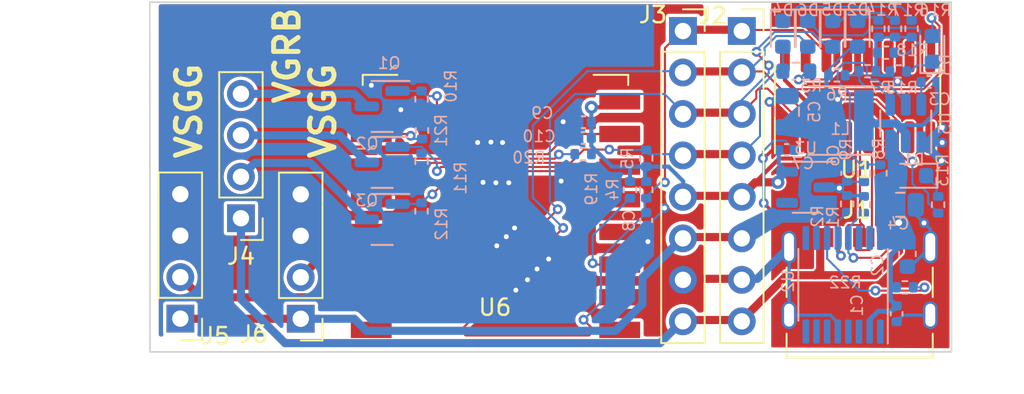
<source format=kicad_pcb>
(kicad_pcb (version 20211014) (generator pcbnew)
  (layers (0 "F.Cu" signal) (31 "B.Cu" signal) (34 "B.Paste" user) (35 "F.Paste" user) (36 "B.SilkS" user "B.Silkscreen") (37 "F.SilkS" user "F.Silkscreen") (38 "B.Mask" user) (39 "F.Mask" user) (44 "Edge.Cuts" user))
  (net 0 "")
  (net 1 "VCC")
  (net 2 "GND")
  (net 3 "+5V")
  (net 4 "+3V3")
  (net 5 "/CC1")
  (net 6 "/D+")
  (net 7 "/D-")
  (net 9 "/CC2")
  (net 11 "/RST")
  (net 12 "/GPIO0")
  (net 13 "/RXD")
  (net 14 "/TXD")
  (net 15 "Net-(R3-Pad1)")
  (net 24 "/SEL")
  (net 25 "/G_SIG")
  (net 26 "/G")
  (net 27 "/R_SIG")
  (net 28 "/R")
  (net 29 "/B_SIG")
  (net 30 "/B")
  (net 31 "/BUCK_FB")
  (net 32 "/5V_EN_H")
  (net 34 "Net-(C3-Pad1)")
  (net 35 "/SW")
  (net 36 "/ARGB1")
  (net 37 "/ARGB2")
  (net 38 "Net-(D1-Pad1)")
  (net 39 "Net-(D2-Pad1)")
  (net 40 "Net-(D3-Pad1)")
  (net 41 "Net-(D4-Pad1)")
  (net 42 "Net-(D5-Pad1)")
  (net 43 "Net-(D6-Pad1)")
  (net 44 "Net-(R19-Pad1)")
  (net 45 "Net-(R20-Pad2)")
  (net 46 "Net-(R21-Pad1)")
  (footprint "Connector_PinSocket_2.54mm:PinSocket_1x08_P2.54mm_Vertical" (layer "F.Cu") (at 158.242 108.8706)
    (fp_text reference "J2")
    (fp_text value "USB_POWER_HEADER")
  )
  (footprint "Connector_USB:USB_C_Receptacle_Palconn_UTC16-G" (layer "F.Cu") (at 165.452 124.0306)
    (fp_text reference "J1")
    (fp_text value "USB_C_Receptacle_USB2.0")
  )
  (footprint "Connector_PinHeader_2.54mm:PinHeader_1x04_P2.54mm_Vertical" (layer "F.Cu") (at 131.2636 126.4944 180)
    (fp_text reference "J6")
    (fp_text value "ADDRESSIBLE RGB HEADER 2")
  )
  (footprint "RF_Module:ESP-12E" (layer "F.Cu") (at 143.1762 123.675 180)
    (fp_text reference "U6")
    (fp_text value "ESP-12F")
  )
  (footprint "Package_SO:SOIC-16_3.9x9.9mm_P1.27mm" (layer "F.Cu") (at 165.325 112.9054 90)
    (fp_text reference "U1")
    (fp_text value "CH340C")
  )
  (footprint "Connector_PinSocket_2.54mm:PinSocket_1x08_P2.54mm_Vertical" (layer "F.Cu") (at 154.642 108.8706)
    (fp_text reference "J3")
    (fp_text value "USB_POWER_HEADER_2")
  )
  (footprint "Connector_PinHeader_2.54mm:PinHeader_1x04_P2.54mm_Vertical" (layer "F.Cu") (at 123.8976 126.4844 180)
    (fp_text reference "J5")
    (fp_text value "ADDRESSIBLE RGB HEADER 1")
  )
  (footprint "Connector_PinHeader_2.54mm:PinHeader_1x04_P2.54mm_Vertical" (layer "F.Cu") (at 127.606 120.3376 180)
    (fp_text reference "J4")
    (fp_text value "ANALOG RGB HEADER")
  )
  (footprint "Capacitor_SMD:C_0402_1005Metric" (layer "B.Cu") (at 148.5584 114.4548 180)
    (fp_text reference "C9")
    (fp_text value "10nF")
  )
  (footprint "Package_TO_SOT_SMD:SOT-23" (layer "B.Cu") (at 136.2397 120.4116 180)
    (fp_text reference "Q3")
    (fp_text value "AO3400A")
  )
  (footprint "LED_SMD:LED_0603_1608Metric" (layer "B.Cu") (at 163.801 109.0446 -90)
    (fp_text reference "D5")
    (fp_text value "LED")
  )
  (footprint "Capacitor_SMD:C_0805_2012Metric" (layer "B.Cu") (at 167.931 119.5094)
    (fp_text reference "C4")
    (fp_text value "22uF")
  )
  (footprint "Resistor_SMD:R_0402_1005Metric" (layer "B.Cu") (at 165.9366 111.3306)
    (fp_text reference "R7")
    (fp_text value "19K")
  )
  (footprint "Capacitor_SMD:C_0402_1005Metric" (layer "B.Cu") (at 160.979 116.1566)
    (fp_text reference "C7")
    (fp_text value "10uF")
  )
  (footprint "Package_TO_SOT_SMD:SOT-23" (layer "B.Cu") (at 136.2397 116.9166 180)
    (fp_text reference "Q2")
    (fp_text value "AO3400A")
  )
  (footprint "Resistor_SMD:R_0402_1005Metric" (layer "B.Cu") (at 152.3964 118.595 90)
    (fp_text reference "R4")
    (fp_text value "10K")
  )
  (footprint "Package_SO:TSSOP-16_4.4x5mm_P0.65mm" (layer "B.Cu") (at 164.436 124.4116 90)
    (fp_text reference "U2")
    (fp_text value "IP2721")
  )
  (footprint "Resistor_SMD:R_0402_1005Metric" (layer "B.Cu") (at 165.717 117.5956 90)
    (fp_text reference "R9")
    (fp_text value "10K")
  )
  (footprint "Resistor_SMD:R_0402_1005Metric" (layer "B.Cu") (at 168.627 108.7306 -90)
    (fp_text reference "R16")
    (fp_text value "1K")
  )
  (footprint "LED_SMD:LED_0603_1608Metric" (layer "B.Cu") (at 169.897 109.959 90)
    (fp_text reference "D3")
    (fp_text value "LED")
  )
  (footprint "Resistor_SMD:R_0402_1005Metric" (layer "B.Cu") (at 165.706 119.5094 90)
    (fp_text reference "R1")
    (fp_text value "5.1K")
  )
  (footprint "Capacitor_SMD:C_0402_1005Metric" (layer "B.Cu") (at 148.5584 115.42 180)
    (fp_text reference "C10")
    (fp_text value "100nF")
  )
  (footprint "LED_SMD:LED_0603_1608Metric" (layer "B.Cu") (at 162.277 109.0446 -90)
    (fp_text reference "D6")
    (fp_text value "LED")
  )
  (footprint "LED_SMD:LED_0603_1608Metric" (layer "B.Cu") (at 165.325 109.0446 -90)
    (fp_text reference "D2")
    (fp_text value "LED")
  )
  (footprint "Resistor_SMD:R_0402_1005Metric" (layer "B.Cu") (at 167.8142 111.3456 180)
    (fp_text reference "R15")
    (fp_text value "330R")
  )
  (footprint "Capacitor_SMD:C_0402_1005Metric" (layer "B.Cu") (at 167.7126 126.187 -90)
    (fp_text reference "C1")
    (fp_text value "1uF")
  )
  (footprint "Resistor_SMD:R_0402_1005Metric" (layer "B.Cu") (at 168.217 124.5706)
    (fp_text reference "R22")
    (fp_text value "100K")
  )
  (footprint "LED_SMD:LED_0603_1608Metric" (layer "B.Cu") (at 160.753 109.0446 -90)
    (fp_text reference "D4")
    (fp_text value "LED")
  )
  (footprint "Resistor_SMD:R_0402_1005Metric" (layer "B.Cu") (at 152.3964 116.6646 90)
    (fp_text reference "R5")
    (fp_text value "10K")
  )
  (footprint "Resistor_SMD:R_0402_1005Metric" (layer "B.Cu") (at 138.6527 113.0476 -90)
    (fp_text reference "R10")
    (fp_text value "1K")
  )
  (footprint "Resistor_SMD:R_0402_1005Metric" (layer "B.Cu") (at 166.595 108.7306 -90)
    (fp_text reference "R14")
    (fp_text value "1K")
  )
  (footprint "Resistor_SMD:R_0402_1005Metric" (layer "B.Cu") (at 164.69 119.4606 90)
    (fp_text reference "R2")
    (fp_text value "5.1K")
  )
  (footprint "Capacitor_SMD:C_0402_1005Metric" (layer "B.Cu") (at 152.3964 120.4746 -90)
    (fp_text reference "C8")
    (fp_text value "100nF")
  )
  (footprint "Capacitor_SMD:C_0805_2012Metric" (layer "B.Cu") (at 161.007 113.8096 90)
    (fp_text reference "C5")
    (fp_text value "22uF")
  )
  (footprint "Resistor_SMD:R_0402_1005Metric" (layer "B.Cu") (at 138.6804 114.9648 90)
    (fp_text reference "R21")
    (fp_text value "10K")
  )
  (footprint "Package_TO_SOT_SMD:SOT-23" (layer "B.Cu") (at 136.2397 113.4896 180)
    (fp_text reference "Q1")
    (fp_text value "AO3400A")
  )
  (footprint "Resistor_SMD:R_0402_1005Metric" (layer "B.Cu") (at 138.6527 119.9036 -90)
    (fp_text reference "R12")
    (fp_text value "1K")
  )
  (footprint "Resistor_SMD:R_0402_1005Metric" (layer "B.Cu") (at 138.6527 116.8658 -90)
    (fp_text reference "R11")
    (fp_text value "1K")
  )
  (footprint "Capacitor_SMD:C_0402_1005Metric" (layer "B.Cu") (at 164.69 117.5836 -90)
    (fp_text reference "C6")
    (fp_text value "10uF")
  )
  (footprint "Resistor_SMD:R_0402_1005Metric" (layer "B.Cu") (at 167.611 108.7306 -90)
    (fp_text reference "R17")
    (fp_text value "1K")
  )
  (footprint "Resistor_SMD:R_0402_1005Metric" (layer "B.Cu") (at 151.4058 118.595 90)
    (fp_text reference "R19")
    (fp_text value "10K")
  )
  (footprint "Capacitor_SMD:C_0603_1608Metric" (layer "B.Cu") (at 168.373 122.5196 -90)
    (fp_text reference "C2")
    (fp_text value "10uF")
  )
  (footprint "Resistor_SMD:R_0402_1005Metric" (layer "B.Cu") (at 164.057 111.5846)
    (fp_text reference "R6")
    (fp_text value "100K")
  )
  (footprint "Resistor_SMD:R_0603_1608Metric" (layer "B.Cu") (at 161.578 111.3306 180)
    (fp_text reference "R3")
    (fp_text value "220")
  )
  (footprint "Capacitor_SMD:C_0402_1005Metric" (layer "B.Cu") (at 169.6938 111.991)
    (fp_text reference "C3")
    (fp_text value "1uF")
  )
  (footprint "Package_TO_SOT_SMD:SOT-23-5" (layer "B.Cu") (at 162.15 118.4426 180)
    (fp_text reference "U3")
    (fp_text value "XC6210B332MR")
  )
  (footprint "Inductor_SMD:L_Taiyo-Yuden_NR-40xx" (layer "B.Cu") (at 164.309 114.3532)
    (fp_text reference "L1")
    (fp_text value "10uH")
  )
  (footprint "Resistor_SMD:R_0402_1005Metric" (layer "B.Cu") (at 166.722 117.579 -90)
    (fp_text reference "R8")
    (fp_text value "12K")
  )
  (footprint "Resistor_SMD:R_0402_1005Metric" (layer "B.Cu") (at 167.0542 110.1956 180)
    (fp_text reference "R18")
    (fp_text value "1K")
  )
  (footprint "Resistor_SMD:R_0402_1005Metric" (layer "B.Cu") (at 170.2526 119.5094 -90)
    (fp_text reference "R13")
    (fp_text value "2K")
  )
  (footprint "LED_SMD:LED_0603_1608Metric" (layer "B.Cu") (at 168.7286 117.7314 180)
    (fp_text reference "D1")
    (fp_text value "LED")
  )
  (footprint "Package_TO_SOT_SMD:TSOT-23-6" (layer "B.Cu") (at 168.2714 114.531 90)
    (fp_text reference "U5")
    (fp_text value "MT1470")
  )
  (footprint "Resistor_SMD:R_0402_1005Metric" (layer "B.Cu") (at 148.5376 116.4106 180)
    (fp_text reference "R20")
    (fp_text value "10K")
  )
  (gr_line (start 171.069 128.524) (end 171.05 107.1) (layer "Edge.Cuts") (width 0.1))
  (gr_line (start 122.047 128.524) (end 171.069 128.524) (layer "Edge.Cuts") (width 0.1))
  (gr_line (start 122.028 107.1) (end 122.047 128.524) (layer "Edge.Cuts") (width 0.1))
  (gr_line (start 171.05 107.1) (end 122.028 107.1) (layer "Edge.Cuts") (width 0.1))
  (gr_text "VSGG" (at 124.417 113.7706 90) (layer "F.SilkS") (effects (font (size 1.5 1.5) (thickness 0.3))))
  (gr_text "VSGG" (at 132.617 113.7706 90) (layer "F.SilkS") (effects (font (size 1.5 1.5) (thickness 0.3))))
  (gr_text "VGRB" (at 130.4254 110.3706 90) (layer "F.SilkS") (effects (font (size 1.5 1.5) (thickness 0.3))))
  (segment (start 167.852 121.5206) (end 167.852 120.60984) (width 0.3) (layer "F.Cu") (net 1))
  (segment (start 160.9962 123.8274) (end 162.7342 123.8274) (width 0.5) (layer "F.Cu") (net 1))
  (segment (start 158.238 126.5856) (end 160.9962 123.8274) (width 0.5) (layer "F.Cu") (net 1))
  (segment (start 166.378222 123.8274) (end 167.852 122.353622) (width 0.5) (layer "F.Cu") (net 1))
  (segment (start 154.657 126.5706) (end 158.223 126.5706) (width 0.5) (layer "F.Cu") (net 1))
  (segment (start 163.039 123.5226) (end 163.039 121.7446) (width 0.5) (layer "F.Cu") (net 1))
  (segment (start 167.852 122.353622) (end 167.852 121.5206) (width 0.5) (layer "F.Cu") (net 1))
  (segment (start 158.223 126.5706) (end 158.238 126.5856) (width 0.5) (layer "F.Cu") (net 1))
  (segment (start 163.052 121.7316) (end 163.039 121.7446) (width 0.2) (layer "F.Cu") (net 1))
  (segment (start 163.052 121.5206) (end 163.052 121.7316) (width 0.2) (layer "F.Cu") (net 1))
  (segment (start 167.852 121.5206) (end 167.692479 121.680121) (width 0.2) (layer "F.Cu") (net 1))
  (segment (start 162.7342 123.8274) (end 166.378222 123.8274) (width 0.5) (layer "F.Cu") (net 1))
  (segment (start 167.692479 121.680121) (end 167.692479 122.425121) (width 0.2) (layer "F.Cu") (net 1))
  (segment (start 162.7342 123.8274) (end 163.039 123.5226) (width 0.5) (layer "F.Cu") (net 1))
  (via (at 167.852 120.60984) (size 0.8) (drill 0.4) (layers "F.Cu" "B.Cu") (net 1))
  (segment (start 167.997 120.46484) (end 167.852 120.60984) (width 0.3) (layer "B.Cu") (net 1))
  (segment (start 127.606 125.289822) (end 127.606 120.3376) (width 0.5) (layer "B.Cu") (net 1))
  (segment (start 167.33248 125.32688) (end 167.33248 122.600847) (width 0.3) (layer "B.Cu") (net 1))
  (segment (start 167.3214 116.375) (end 167.9411 116.9947) (width 0.3) (layer "B.Cu") (net 1))
  (segment (start 130.300689 127.984511) (end 127.606 125.289822) (width 0.5) (layer "B.Cu") (net 1))
  (segment (start 168.188727 121.7446) (end 167.33248 122.600847) (width 0.3) (layer "B.Cu") (net 1))
  (segment (start 166.9065 121.7446) (end 168.373 121.7446) (width 0.3) (layer "B.Cu") (net 1))
  (segment (start 166.577283 126.0346) (end 167.385 126.0346) (width 0.3) (layer "B.Cu") (net 1))
  (segment (start 167.7126 125.707) (end 167.33248 125.32688) (width 0.3) (layer "B.Cu") (net 1))
  (segment (start 166.9065 121.7446) (end 166.711 121.5491) (width 0.3) (layer "B.Cu") (net 1))
  (segment (start 154.657 126.5706) (end 153.243089 127.984511) (width 0.5) (layer "B.Cu") (net 1))
  (segment (start 167.385 126.0346) (end 167.7126 125.707) (width 0.3) (layer "B.Cu") (net 1))
  (segment (start 166.061 126.550883) (end 166.577283 126.0346) (width 0.3) (layer "B.Cu") (net 1))
  (segment (start 153.243089 127.984511) (end 130.300689 127.984511) (width 0.5) (layer "B.Cu") (net 1))
  (segment (start 167.9411 116.9947) (end 167.9411 117.7314) (width 0.3) (layer "B.Cu") (net 1))
  (segment (start 166.061 127.2741) (end 166.061 126.550883) (width 0.3) (layer "B.Cu") (net 1))
  (segment (start 167.3214 115.6685) (end 167.3214 116.375) (width 0.3) (layer "B.Cu") (net 1))
  (segment (start 158.238 124.0456) (end 154.672 124.0456) (width 0.5) (layer "F.Cu") (net 2))
  (segment (start 161.132 122.1006) (end 161.132 120.9552) (width 0.2) (layer "F.Cu") (net 2))
  (segment (start 170.4965 114.785) (end 170.4558 114.8257) (width 0.127) (layer "F.Cu") (net 2))
  (segment (start 153.514 119.7126) (end 153.514 122.8876) (width 0.127) (layer "F.Cu") (net 2))
  (segment (start 154.672 124.0456) (end 154.657 124.0306) (width 0.5) (layer "F.Cu") (net 2))
  (segment (start 153.514 122.8876) (end 154.657 124.0306) (width 0.127) (layer "F.Cu") (net 2))
  (segment (start 159.5958 116.6646) (end 160.88 115.3804) (width 0.2) (layer "F.Cu") (net 2))
  (segment (start 154.657 124.6556) (end 154.657 124.0306) (width 0.5) (layer "F.Cu") (net 2))
  (segment (start 161.132 120.9552) (end 159.5846 119.4078) (width 0.2) (layer "F.Cu") (net 2))
  (segment (start 170.4558 114.8257) (end 170.4558 116.817) (width 0.127) (layer "F.Cu") (net 2))
  (segment (start 159.5338 116.6646) (end 159.5958 116.6646) (width 0.2) (layer "F.Cu") (net 2))
  (via (at 170.4965 115.6994) (size 0.6) (drill 0.3) (layers "F.Cu" "B.Cu") (net 2))
  (via (at 164.2074 118.4934) (size 0.6) (drill 0.3) (layers "F.Cu" "B.Cu") (net 2))
  (via (at 159.9402 113.2102) (size 0.6) (drill 0.3) (layers "F.Cu" "B.Cu") (net 2))
  (via (at 137.385 113.6928) (size 0.6) (drill 0.3) (layers "F.Cu" "B.Cu") (net 2))
  (via (at 145.7162 123.4464) (size 0.6) (drill 0.3) (layers "F.Cu" "B.Cu") (net 2))
  (via (at 135.5816 112.1942) (size 0.6) (drill 0.3) (layers "F.Cu" "B.Cu") (net 2))
  (via (at 142.8968 115.674) (size 0.6) (drill 0.3) (layers "F.Cu" "B.Cu") (net 2))
  (via (at 152.498 121.77) (size 0.6) (drill 0.3) (layers "F.Cu" "B.Cu") (net 2))
  (via (at 143.8366 121.4652) (size 0.6) (drill 0.3) (layers "F.Cu" "B.Cu") (net 2))
  (via (at 153.514 119.7126) (size 0.6) (drill 0.3) (layers "F.Cu" "B.Cu") (net 2))
  (via (at 170.4965 114.785) (size 0.6) (drill 0.3) (layers "F.Cu" "B.Cu") (net 2))
  (via (at 170.4558 116.817) (size 0.6) (drill 0.3) (layers "F.Cu" "B.Cu") (net 2))
  (via (at 146.4274 122.8368) (size 0.6) (drill 0.3) (layers "F.Cu" "B.Cu") (net 2))
  (via (at 143.2524 122.024) (size 0.6) (drill 0.3) (layers "F.Cu" "B.Cu") (net 2))
  (via (at 147.3164 114.4294) (size 0.6) (drill 0.3) (layers "F.Cu" "B.Cu") (net 2))
  (via (at 167.767 111.9456) (size 0.6) (drill 0.3) (layers "F.Cu" "B.Cu") (net 2))
  (via (at 145.132 124.1068) (size 0.6) (drill 0.3) (layers "F.Cu" "B.Cu") (net 2))
  (via (at 143.2016 118.1632) (size 0.6) (drill 0.3) (layers "F.Cu" "B.Cu") (net 2))
  (via (at 143.608 115.6994) (size 0.6) (drill 0.3) (layers "F.Cu" "B.Cu") (net 2))
  (via (at 159.5846 119.4078) (size 0.6) (drill 0.3) (layers "F.Cu" "B.Cu") (net 2))
  (via (at 147.1894 118.0616) (size 0.6) (drill 0.3) (layers "F.Cu" "B.Cu") (net 2))
  (via (at 159.5338 116.6646) (size 0.6) (drill 0.3) (layers "F.Cu" "B.Cu") (net 2))
  (via (at 169.389 120.627) (size 0.6) (drill 0.3) (layers "F.Cu" "B.Cu") (net 2))
  (via (at 142.084 115.6994) (size 0.6) (drill 0.3) (layers "F.Cu" "B.Cu") (net 2))
  (via (at 144.3446 120.9318) (size 0.6) (drill 0.3) (layers "F.Cu" "B.Cu") (net 2))
  (via (at 144.4208 124.7418) (size 0.6) (drill 0.3) (layers "F.Cu" "B.Cu") (net 2))
  (via (at 143.989 118.1632) (size 0.6) (drill 0.3) (layers "F.Cu" "B.Cu") (net 2))
  (via (at 142.4142 118.1378) (size 0.6) (drill 0.3) (layers "F.Cu" "B.Cu") (net 2))
  (segment (start 160.2908 112.8596) (end 159.9402 113.2102) (width 0.127) (layer "B.Cu") (net 2))
  (segment (start 166.4466 111.3306) (end 166.4466 109.195) (width 0.2) (layer "B.Cu") (net 2))
  (segment (start 168.881 120.119) (end 169.389 120.627) (width 0.2) (layer "B.Cu") (net 2))
  (segment (start 164.111 127.2741) (end 164.111 126.724831) (width 0.2) (layer "B.Cu") (net 2))
  (segment (start 161.132 126.2706) (end 161.132 122.1006) (width 0.2) (layer "B.Cu") (net 2))
  (segment (start 159.187 124.0456) (end 161.132 122.1006) (width 0.5) (layer "B.Cu") (net 2))
  (segment (start 168.373 123.2946) (end 168.578 123.2946) (width 0.2) (layer "B.Cu") (net 2))
  (segment (start 163.656769 126.2706) (end 161.132 126.2706) (width 0.2) (layer "B.Cu") (net 2))
  (segment (start 169.613 115.6685) (end 170.4965 114.785) (width 0.5) (layer "B.Cu") (net 2))
  (segment (start 169.2214 115.6685) (end 169.613 115.6685) (width 0.5) (layer "B.Cu") (net 2))
  (segment (start 165.717 118.1056) (end 164.732 118.1056) (width 0.127) (layer "B.Cu") (net 2))
  (segment (start 167.3042 111.4828) (end 167.767 111.9456) (width 0.127) (layer "B.Cu") (net 2))
  (segment (start 169.2523 115.6994) (end 169.2214 115.6685) (width 0.5) (layer "B.Cu") (net 2))
  (segment (start 167.3042 111.5846) (end 166.7006 111.5846) (width 0.2) (layer "B.Cu") (net 2))
  (segment (start 160.192064 115.58358) (end 159.5338 116.241844) (width 0.127) (layer "B.Cu") (net 2))
  (segment (start 166.7006 111.5846) (end 166.4466 111.3306) (width 0.2) (layer "B.Cu") (net 2))
  (segment (start 168.627 109.2406) (end 166.595 109.2406) (width 0.127) (layer "B.Cu") (net 2))
  (segment (start 153.514 119.7608) (end 153.514 119.7126) (width 0.127) (layer "B.Cu") (net 2))
  (segment (start 161.459 116.1566) (end 160.88598 115.58358) (width 0.127) (layer "B.Cu") (net 2))
  (segment (start 152.3202 120.9546) (end 153.514 119.7608) (width 0.127) (layer "B.Cu") (net 2))
  (segment (start 164.6646 118.9506) (end 164.2074 118.4934) (width 0.2) (layer "B.Cu") (net 2))
  (segment (start 169.772 121.01) (end 169.389 120.627) (width 0.2) (layer "B.Cu") (net 2))
  (segment (start 148.0784 114.4548) (end 147.3418 114.4548) (width 0.127) (layer "B.Cu") (net 2))
  (segment (start 165.706 118.9506) (end 164.6646 118.9506) (width 0.2) (layer "B.Cu") (net 2))
  (segment (start 168.881 119.5094) (end 168.881 120.119) (width 0.2) (layer "B.Cu") (net 2))
  (segment (start 167.3042 111.3456) (end 167.3042 111.4828) (width 0.127) (layer "B.Cu") (net 2))
  (segment (start 159.5846 119.4078) (end 159.5846 116.7154) (width 0.2) (layer "B.Cu") (net 2))
  (segment (start 169.772 122.1006) (end 169.772 121.01) (width 0.2) (layer "B.Cu") (net 2))
  (segment (start 159.5846 116.7154) (end 159.5338 116.6646) (width 0.2) (layer "B.Cu") (net 2))
  (segment (start 159.5338 116.241844) (end 159.5338 116.6646) (width 0.127) (layer "B.Cu") (net 2))
  (segment (start 169.3073 115.6685) (end 170.4558 116.817) (width 0.5) (layer "B.Cu") (net 2))
  (segment (start 167.7126 126.667) (end 168.109 126.2706) (width 0.2) (layer "B.Cu") (net 2))
  (segment (start 164.732 118.1056) (end 164.69 118.0636) (width 0.127) (layer "B.Cu") (net 2))
  (segment (start 163.2875 118.4426) (end 164.1566 118.4426) (width 0.127) (layer "B.Cu") (net 2))
  (segment (start 169.943501 122.272101) (end 169.772 122.1006) (width 0.2) (layer "B.Cu") (net 2))
  (segment (start 164.111 126.724831) (end 163.656769 126.2706) (width 0.2) (layer "B.Cu") (net 2))
  (segment (start 170.4965 115.6994) (end 169.2523 115.6994) (width 0.5) (layer "B.Cu") (net 2))
  (segment (start 164.1566 118.4426) (end 164.2074 118.4934) (width 0.127) (layer "B.Cu") (net 2))
  (segment (start 169.772 126.2706) (end 169.943501 126.099099) (width 0.2) (layer "B.Cu") (net 2))
  (segment (start 161.007 112.8596) (end 160.2908 112.8596) (width 0.127) (layer "B.Cu") (net 2))
  (segment (start 168.109 126.2706) (end 169.772 126.2706) (width 0.2) (layer "B.Cu") (net 2))
  (segment (start 147.3418 114.4548) (end 147.3164 114.4294) (width 0.127) (layer "B.Cu") (net 2))
  (segment (start 158.238 124.0456) (end 159.187 124.0456) (width 0.5) (layer "B.Cu") (net 2))
  (segment (start 168.578 123.2946) (end 169.772 122.1006) (width 0.2) (layer "B.Cu") (net 2))
  (segment (start 160.88598 115.58358) (end 160.192064 115.58358) (width 0.127) (layer "B.Cu") (net 2))
  (segment (start 164.6352 118.0656) (end 164.2074 118.4934) (width 0.2) (layer "B.Cu") (net 2))
  (segment (start 131.2636 126.4944) (end 123.9076 126.4944) (width 0.5) (layer "F.Cu") (net 3))
  (segment (start 167.79302 114.384322) (end 166.466498 113.0578) (width 0.127) (layer "F.Cu") (net 3))
  (segment (start 167.79302 116.232518) (end 167.79302 114.384322) (width 0.127) (layer "F.Cu") (net 3))
  (segment (start 168.679492 116.854231) (end 168.414733 116.854231) (width 0.127) (layer "F.Cu") (net 3))
  (segment (start 158.223 121.4906) (end 158.238 121.5056) (width 0.5) (layer "F.Cu") (net 3))
  (segment (start 166.466498 113.0578) (end 164.1058 113.0578) (width 0.127) (layer "F.Cu") (net 3))
  (segment (start 123.9076 126.4944) (end 123.8976 126.4844) (width 0.5) (layer "F.Cu") (net 3))
  (segment (start 154.657 121.4906) (end 158.223 121.4906) (width 0.5) (layer "F.Cu") (net 3))
  (segment (start 168.414733 116.854231) (end 167.79302 116.232518) (width 0.127) (layer "F.Cu") (net 3))
  (via (at 164.1058 113.0578) (size 0.6) (drill 0.3) (layers "F.Cu" "B.Cu") (net 3))
  (via (at 168.679492 116.854231) (size 0.6) (drill 0.3) (layers "F.Cu" "B.Cu") (net 3))
  (segment (start 165.325 109.8321) (end 164.957325 109.8321) (width 0.127) (layer "B.Cu") (net 3))
  (segment (start 150.5168 127.231) (end 135.2768 127.231) (width 0.5) (layer "B.Cu") (net 3))
  (segment (start 168.679492 118.225077) (end 168.679492 116.854231) (width 0.127) (layer "B.Cu") (net 3))
  (segment (start 163.547 111.242425) (end 163.547 111.5846) (width 0.127) (layer "B.Cu") (net 3))
  (segment (start 163.2875 117.4926) (end 164.301 117.4926) (width 0.25) (layer "B.Cu") (net 3))
  (segment (start 152.1678 125.58) (end 150.5168 127.231) (width 0.5) (layer "B.Cu") (net 3))
  (segment (start 164.301 117.4926) (end 164.69 117.1036) (width 0.25) (layer "B.Cu") (net 3))
  (segment (start 169.64402 119.41082) (end 169.64402 118.821901) (width 0.127) (layer "B.Cu") (net 3))
  (segment (start 163.417 114.3786) (end 163.417 111.7146) (width 0.25) (layer "B.Cu") (net 3))
  (segment (start 164.746 117.0476) (end 164.69 117.1036) (width 0.25) (layer "B.Cu") (net 3))
  (segment (start 154.657 121.4906) (end 152.1678 123.9798) (width 0.5) (layer "B.Cu") (net 3))
  (segment (start 164.1058 113.0578) (end 164.1058 113.1818) (width 0.127) (layer "B.Cu") (net 3))
  (segment (start 162.66298 120.01712) (end 163.2875 119.3926) (width 0.25) (layer "B.Cu") (net 3))
  (segment (start 169.315519 118.4934) (end 168.947815 118.4934) (width 0.127) (layer "B.Cu") (net 3))
  (segment (start 162.903928 119.3926) (end 162.30048 118.789152) (width 0.25) (layer "B.Cu") (net 3))
  (segment (start 158.238 121.5056) (end 159.72648 120.01712) (width 0.25) (layer "B.Cu") (net 3))
  (segment (start 169.64402 118.821901) (end 169.315519 118.4934) (width 0.127) (layer "B.Cu") (net 3))
  (segment (start 134.5402 126.4944) (end 131.2636 126.4944) (width 0.5) (layer "B.Cu") (net 3))
  (segment (start 164.957325 109.8321) (end 163.547 111.242425) (width 0.127) (layer "B.Cu") (net 3))
  (segment (start 170.2526 120.0194) (end 169.64402 119.41082) (width 0.127) (layer "B.Cu") (net 3))
  (segment (start 162.30048 118.789152) (end 162.30048 118.03812) (width 0.25) (layer "B.Cu") (net 3))
  (segment (start 162.846 117.4926) (end 163.2875 117.4926) (width 0.25) (layer "B.Cu") (net 3))
  (segment (start 163.2875 119.3926) (end 162.903928 119.3926) (width 0.25) (layer "B.Cu") (net 3))
  (segment (start 168.947815 118.4934) (end 168.679492 118.225077) (width 0.127) (layer "B.Cu") (net 3))
  (segment (start 162.30048 118.03812) (end 162.846 117.4926) (width 0.25) (layer "B.Cu") (net 3))
  (segment (start 164.1058 113.1818) (end 162.909 114.3786) (width 0.127) (layer "B.Cu") (net 3))
  (segment (start 135.2768 127.231) (end 134.5402 126.4944) (width 0.5) (layer "B.Cu") (net 3))
  (segment (start 159.72648 120.01712) (end 162.66298 120.01712) (width 0.25) (layer "B.Cu") (net 3))
  (segment (start 163.417 111.7146) (end 163.547 111.5846) (width 0.25) (layer "B.Cu") (net 3))
  (segment (start 152.1678 123.9798) (end 152.1678 125.58) (width 0.5) (layer "B.Cu") (net 3))
  (segment (start 158.238 118.9656) (end 158.9442 118.2594) (width 0.25) (layer "F.Cu") (net 4))
  (segment (start 163.077287 114.08088) (end 163.85888 114.08088) (width 0.25) (layer "F.Cu") (net 4))
  (segment (start 159.0658 118.1378) (end 160.4482 118.1378) (width 0.5) (layer "F.Cu") (net 4))
  (segment (start 158.238 118.9656) (end 154.672 118.9656) (width 0.5) (layer "F.Cu") (net 4))
  (segment (start 158.238 118.9656) (end 159.0658 118.1378) (width 0.5) (layer "F.Cu") (net 4))
  (segment (start 159.0658 118.1378) (end 158.9442 118.2594) (width 0.25) (layer "F.Cu") (net 4))
  (segment (start 169.350799 112.435601) (end 161.432009 112.435601) (width 0.127) (layer "F.Cu") (net 4))
  (segment (start 170.33302 108.56622) (end 170.33302 111.45338) (width 0.127) (layer "F.Cu") (net 4))
  (segment (start 163.766552 116.67992) (end 164.69 115.756472) (width 0.25) (layer "F.Cu") (net 4))
  (segment (start 160.52368 116.67992) (end 163.766552 116.67992) (width 0.25) (layer "F.Cu") (net 4))
  (segment (start 149.0436 113.5404) (end 150.4108 113.5404) (width 0.25) (layer "F.Cu") (net 4))
  (segment (start 164.69 115.3804) (end 164.69 115.756472) (width 0.25) (layer "F.Cu") (net 4))
  (segment (start 169.8462 108.0794) (end 170.33302 108.56622) (width 0.127) (layer "F.Cu") (net 4))
  (segment (start 150.4108 113.5404) (end 150.7762 113.175) (width 0.25) (layer "F.Cu") (net 4))
  (segment (start 160.88 111.883593) (end 163.077287 114.08088) (width 0.25) (layer "F.Cu") (net 4))
  (segment (start 170.33302 111.45338) (end 169.350799 112.435601) (width 0.127) (layer "F.Cu") (net 4))
  (segment (start 163.85888 114.08088) (end 164.69 114.912) (width 0.25) (layer "F.Cu") (net 4))
  (segment (start 160.88 110.4304) (end 160.88 111.883593) (width 0.25) (layer "F.Cu") (net 4))
  (segment (start 161.432009 112.435601) (end 160.971804 111.975396) (width 0.127) (layer "F.Cu") (net 4))
  (segment (start 164.69 114.912) (end 164.69 115.3804) (width 0.25) (layer "F.Cu") (net 4))
  (segment (start 154.672 118.9656) (end 154.657 118.9506) (width 0.5) (layer "F.Cu") (net 4))
  (segment (start 158.9442 118.2594) (end 160.52368 116.67992) (width 0.25) (layer "F.Cu") (net 4))
  (via (at 149.0436 113.5404) (size 0.8) (drill 0.4) (layers "F.Cu" "B.Cu") (net 4))
  (via (at 160.4482 118.1378) (size 0.8) (drill 0.4) (layers "F.Cu" "B.Cu") (net 4))
  (via (at 169.8462 108.0794) (size 0.6) (drill 0.3) (layers "F.Cu" "B.Cu") (net 4))
  (segment (start 154.657 118.07161) (end 154.657 118.9506) (width 0.25) (layer "B.Cu") (net 4))
  (segment (start 149.0384 115.42) (end 149.0384 115.911376) (width 0.25) (layer "B.Cu") (net 4))
  (segment (start 149.0384 114.4548) (end 149.0384 115.42) (width 0.25) (layer "B.Cu") (net 4))
  (segment (start 150.301624 117.1746) (end 151.4058 117.1746) (width 0.25) (layer "B.Cu") (net 4))
  (segment (start 169.897 108.1302) (end 169.8462 108.0794) (width 0.127) (layer "B.Cu") (net 4))
  (segment (start 161.0125 117.4926) (end 161.0125 117.5735) (width 0.25) (layer "B.Cu") (net 4))
  (segment (start 149.0384 115.911376) (end 150.301624 117.1746) (width 0.25) (layer "B.Cu") (net 4))
  (segment (start 161.0125 117.5735) (end 160.4482 118.1378) (width 0.25) (layer "B.Cu") (net 4))
  (segment (start 149.0384 113.5456) (end 149.0436 113.5404) (width 0.25) (layer "B.Cu") (net 4))
  (segment (start 151.4058 118.085) (end 151.4058 117.1746) (width 0.25) (layer "B.Cu") (net 4))
  (segment (start 153.75999 117.1746) (end 154.657 118.07161) (width 0.25) (layer "B.Cu") (net 4))
  (segment (start 151.4058 117.1746) (end 152.3964 117.1746) (width 0.25) (layer "B.Cu") (net 4))
  (segment (start 152.3202 118.087) (end 152.3202 117.1746) (width 0.25) (layer "B.Cu") (net 4))
  (segment (start 161.0125 117.4926) (end 160.499 116.9791) (width 0.25) (layer "B.Cu") (net 4))
  (segment (start 152.3202 117.1746) (end 153.75999 117.1746) (width 0.25) (layer "B.Cu") (net 4))
  (segment (start 160.499 116.9791) (end 160.499 116.1566) (width 0.25) (layer "B.Cu") (net 4))
  (segment (start 149.0384 114.4548) (end 149.0384 113.5456) (width 0.25) (layer "B.Cu") (net 4))
  (segment (start 169.897 109.1715) (end 169.897 108.1302) (width 0.127) (layer "B.Cu") (net 4))
  (segment (start 167.202 121.5206) (end 167.202 122.2276) (width 0.127) (layer "F.Cu") (net 5))
  (segment (start 166.669 122.7606) (end 165.071 122.7606) (width 0.127) (layer "F.Cu") (net 5))
  (segment (start 167.202 122.2276) (end 166.669 122.7606) (width 0.127) (layer "F.Cu") (net 5))
  (via (at 165.071 122.7606) (size 0.6) (drill 0.3) (layers "F.Cu" "B.Cu") (net 5))
  (segment (start 165.706 119.9706) (end 164.75 120.9266) (width 0.127) (layer "B.Cu") (net 5))
  (segment (start 165.071 122.7606) (end 164.761 122.4506) (width 0.127) (layer "B.Cu") (net 5))
  (segment (start 164.75 120.9266) (end 164.75 121.4906) (width 0.127) (layer "B.Cu") (net 5))
  (segment (start 164.761 122.4506) (end 164.761 121.5491) (width 0.127) (layer "B.Cu") (net 5))
  (segment (start 166.048989 122.290611) (end 166.202 122.1376) (width 0.127) (layer "F.Cu") (net 6))
  (segment (start 166.202 122.1376) (end 166.202 121.5206) (width 0.127) (layer "F.Cu") (net 6))
  (segment (start 165.265011 122.290611) (end 166.048989 122.290611) (width 0.127) (layer "F.Cu") (net 6))
  (segment (start 165.202 121.5206) (end 165.202 122.2276) (width 0.127) (layer "F.Cu") (net 6))
  (segment (start 166.202 115.6224) (end 165.96 115.3804) (width 0.127) (layer "F.Cu") (net 6))
  (segment (start 166.202 121.5206) (end 166.202 115.6224) (width 0.127) (layer "F.Cu") (net 6))
  (segment (start 165.202 122.2276) (end 165.265011 122.290611) (width 0.127) (layer "F.Cu") (net 6))
  (segment (start 166.21086 114.1754) (end 167.23 115.19454) (width 0.127) (layer "F.Cu") (net 7))
  (segment (start 164.702 120.8136) (end 164.702 121.5206) (width 0.127) (layer "F.Cu") (net 7))
  (segment (start 165.638989 120.750589) (end 164.765011 120.750589) (width 0.127) (layer "F.Cu") (net 7))
  (segment (start 165.702 120.8136) (end 165.638989 120.750589) (width 0.127) (layer "F.Cu") (net 7))
  (segment (start 165.46998 114.41456) (end 165.70914 114.1754) (width 0.127) (layer "F.Cu") (net 7))
  (segment (start 165.638989 120.750589) (end 165.46998 120.58158) (width 0.127) (layer "F.Cu") (net 7))
  (segment (start 165.70914 114.1754) (end 166.21086 114.1754) (width 0.127) (layer "F.Cu") (net 7))
  (segment (start 165.46998 120.58158) (end 165.46998 114.41456) (width 0.127) (layer "F.Cu") (net 7))
  (segment (start 165.702 121.5206) (end 165.702 120.8136) (width 0.127) (layer "F.Cu") (net 7))
  (segment (start 167.23 115.19454) (end 167.23 115.3804) (width 0.127) (layer "F.Cu") (net 7))
  (segment (start 164.765011 120.750589) (end 164.702 120.8136) (width 0.127) (layer "F.Cu") (net 7))
  (segment (start 164.202 121.5206) (end 164.202 122.529674) (width 0.127) (layer "F.Cu") (net 9))
  (segment (start 164.202 122.529674) (end 164.306812 122.634486) (width 0.127) (layer "F.Cu") (net 9))
  (via (at 164.306812 122.634486) (size 0.6) (drill 0.3) (layers "F.Cu" "B.Cu") (net 9))
  (segment (start 164.1 120.5606) (end 164.69 119.9706) (width 0.127) (layer "B.Cu") (net 9))
  (segment (start 164.306812 122.631412) (end 164.055 122.3796) (width 0.127) (layer "B.Cu") (net 9))
  (segment (start 164.1 120.5606) (end 164.1 121.4906) (width 0.127) (layer "B.Cu") (net 9))
  (segment (start 164.055 122.3796) (end 164.055 121.6051) (width 0.127) (layer "B.Cu") (net 9))
  (segment (start 164.306812 122.634486) (end 164.306812 122.631412) (width 0.127) (layer "B.Cu") (net 9))
  (segment (start 164.055 121.6051) (end 164.111 121.5491) (width 0.127) (layer "B.Cu") (net 9))
  (segment (start 149.183487 127.175) (end 148.562987 126.5545) (width 0.127) (layer "F.Cu") (net 11))
  (segment (start 163.42 110.24454) (end 161.98106 108.8056) (width 0.127) (layer "F.Cu") (net 11))
  (segment (start 154.657 108.7906) (end 158.223 108.7906) (width 0.5) (layer "F.Cu") (net 11))
  (segment (start 161.98106 108.8056) (end 158.238 108.8056) (width 0.127) (layer "F.Cu") (net 11))
  (segment (start 153.5394 118.1378) (end 153.5394 109.9082) (width 0.127) (layer "F.Cu") (net 11))
  (segment (start 150.7762 127.175) (end 149.183487 127.175) (width 0.127) (layer "F.Cu") (net 11))
  (segment (start 153.5394 109.9082) (end 154.657 108.7906) (width 0.127) (layer "F.Cu") (net 11))
  (segment (start 158.223 108.7906) (end 158.238 108.8056) (width 0.5) (layer "F.Cu") (net 11))
  (segment (start 163.42 110.4304) (end 163.42 110.24454) (width 0.127) (layer "F.Cu") (net 11))
  (via (at 153.5394 118.1378) (size 0.6) (drill 0.3) (layers "F.Cu" "B.Cu") (net 11))
  (via (at 148.562987 126.5545) (size 0.6) (drill 0.3) (layers "F.Cu" "B.Cu") (net 11))
  (segment (start 152.3964 119.9946) (end 149.6278 122.7632) (width 0.127) (layer "B.Cu") (net 11))
  (segment (start 153.5394 118.1378) (end 153.2894 118.1378) (width 0.127) (layer "B.Cu") (net 11))
  (segment (start 149.6278 122.7632) (end 149.6278 125.489687) (width 0.127) (layer "B.Cu") (net 11))
  (segment (start 149.6278 125.489687) (end 148.562987 126.5545) (width 0.127) (layer "B.Cu") (net 11))
  (segment (start 153.2894 118.1378) (end 152.3202 119.107) (width 0.127) (layer "B.Cu") (net 11))
  (segment (start 152.3202 120.0174) (end 152.3202 119.107) (width 0.127) (layer "B.Cu") (net 11))
  (segment (start 148.583482 116.1312) (end 147.771171 116.943511) (width 0.127) (layer "F.Cu") (net 12))
  (segment (start 138.557689 116.943511) (end 136.3262 119.175) (width 0.127) (layer "F.Cu") (net 12))
  (segment (start 158.223 116.4106) (end 158.238 116.4256) (width 0.5) (layer "F.Cu") (net 12))
  (segment (start 147.771171 116.943511) (end 138.557689 116.943511) (width 0.127) (layer "F.Cu") (net 12))
  (segment (start 154.657 116.4106) (end 158.223 116.4106) (width 0.5) (layer "F.Cu") (net 12))
  (segment (start 136.3262 119.175) (end 135.5762 119.175) (width 0.127) (layer "F.Cu") (net 12))
  (segment (start 150.1358 116.1312) (end 148.583482 116.1312) (width 0.127) (layer "F.Cu") (net 12))
  (via (at 150.1358 116.1312) (size 0.6) (drill 0.3) (layers "F.Cu" "B.Cu") (net 12))
  (segment (start 154.657 116.4106) (end 152.5762 116.4106) (width 0.127) (layer "B.Cu") (net 12))
  (segment (start 160.365518 111.3306) (end 160.753 111.3306) (width 0.127) (layer "B.Cu") (net 12))
  (segment (start 159.356 112.340118) (end 160.365518 111.3306) (width 0.127) (layer "B.Cu") (net 12))
  (segment (start 152.3964 116.1546) (end 150.1592 116.1546) (width 0.127) (layer "B.Cu") (net 12))
  (segment (start 159.356 115.3076) (end 159.356 112.340118) (width 0.127) (layer "B.Cu") (net 12))
  (segment (start 152.5762 116.4106) (end 152.3202 116.1546) (width 0.127) (layer "B.Cu") (net 12))
  (segment (start 160.753 111.3306) (end 160.753 109.9336) (width 0.127) (layer "B.Cu") (net 12))
  (segment (start 150.1592 116.1546) (end 150.1358 116.1312) (width 0.127) (layer "B.Cu") (net 12))
  (segment (start 158.238 116.4256) (end 159.356 115.3076) (width 0.127) (layer "B.Cu") (net 12))
  (segment (start 159.57106 111.3456) (end 158.238 111.3456) (width 0.127) (layer "F.Cu") (net 13))
  (segment (start 154.672 111.3456) (end 154.657 111.3306) (width 0.5) (layer "F.Cu") (net 13))
  (segment (start 141.0732 127.175) (end 135.5762 127.175) (width 0.127) (layer "F.Cu") (net 13))
  (segment (start 147.3164 120.9318) (end 141.0732 127.175) (width 0.127) (layer "F.Cu") (net 13))
  (segment (start 158.238 111.3456) (end 154.672 111.3456) (width 0.5) (layer "F.Cu") (net 13))
  (segment (start 163.42 115.19454) (end 159.57106 111.3456) (width 0.127) (layer "F.Cu") (net 13))
  (segment (start 163.42 115.3804) (end 163.42 115.19454) (width 0.127) (layer "F.Cu") (net 13))
  (via (at 147.3164 120.9318) (size 0.6) (drill 0.3) (layers "F.Cu" "B.Cu") (net 13))
  (segment (start 145.4622 114.658) (end 145.4622 119.0776) (width 0.127) (layer "B.Cu") (net 13))
  (segment (start 158.634967 111.3456) (end 158.238 111.3456) (width 0.127) (layer "B.Cu") (net 13))
  (segment (start 160.352932 109.17908) (end 159.632001 109.900011) (width 0.127) (layer "B.Cu") (net 13))
  (segment (start 159.632001 110.348566) (end 158.634967 111.3456) (width 0.127) (layer "B.Cu") (net 13))
  (segment (start 161.75098 109.17908) (end 160.352932 109.17908) (width 0.127) (layer "B.Cu") (net 13))
  (segment (start 154.657 111.3306) (end 148.7896 111.3306) (width 0.127) (layer "B.Cu") (net 13))
  (segment (start 162.404 109.8321) (end 161.75098 109.17908) (width 0.127) (layer "B.Cu") (net 13))
  (segment (start 148.7896 111.3306) (end 145.4622 114.658) (width 0.127) (layer "B.Cu") (net 13))
  (segment (start 159.632001 109.900011) (end 159.632001 110.348566) (width 0.127) (layer "B.Cu") (net 13))
  (segment (start 145.4622 119.0776) (end 147.3164 120.9318) (width 0.127) (layer "B.Cu") (net 13))
  (segment (start 159.2798 112.3974) (end 159.1274 112.5498) (width 0.127) (layer "F.Cu") (net 14))
  (segment (start 158.223 113.8706) (end 158.238 113.8856) (width 0.5) (layer "F.Cu") (net 14))
  (segment (start 159.142 110.225559) (end 159.142 110.1456) (width 0.127) (layer "F.Cu") (net 14))
  (segment (start 162.15 114.727019) (end 159.820381 112.3974) (width 0.127) (layer "F.Cu") (net 14))
  (segment (start 159.820381 112.3974) (end 159.2798 112.3974) (width 0.127) (layer "F.Cu") (net 14))
  (segment (start 159.1274 112.9962) (end 158.238 113.8856) (width 0.127) (layer "F.Cu") (net 14))
  (segment (start 159.1274 112.5498) (end 159.1274 112.9962) (width 0.127) (layer "F.Cu") (net 14))
  (segment (start 162.15 115.3804) (end 162.15 114.727019) (width 0.127) (layer "F.Cu") (net 14))
  (segment (start 146.9862 119.7888) (end 141.6 125.175) (width 0.127) (layer "F.Cu") (net 14))
  (segment (start 159.890343 110.973902) (end 159.142 110.225559) (width 0.127) (layer "F.Cu") (net 14))
  (segment (start 141.6 125.175) (end 135.5762 125.175) (width 0.127) (layer "F.Cu") (net 14))
  (segment (start 154.657 113.8706) (end 158.223 113.8706) (width 0.5) (layer "F.Cu") (net 14))
  (via (at 146.9862 119.7888) (size 0.6) (drill 0.3) (layers "F.Cu" "B.Cu") (net 14))
  (via (at 159.142 110.1456) (size 0.6) (drill 0.3) (layers "F.Cu" "B.Cu") (net 14))
  (via (at 159.890343 110.973902) (size 0.6) (drill 0.3) (layers "F.Cu" "B.Cu") (net 14))
  (segment (start 162.550548 108.92556) (end 160.247937 108.92556) (width 0.127) (layer "B.Cu") (net 14))
  (segment (start 146.5036 119.3062) (end 146.9862 119.7888) (width 0.127) (layer "B.Cu") (net 14))
  (segment (start 148.0276 112.7276) (end 146.5036 114.2516) (width 0.127) (layer "B.Cu") (net 14))
  (segment (start 153.514 112.7276) (end 148.0276 112.7276) (width 0.127) (layer "B.Cu") (net 14))
  (segment (start 159.890343 111.447257) (end 158.238 113.0996) (width 0.127) (layer "B.Cu") (net 14))
  (segment (start 158.238 113.0996) (end 158.238 113.8856) (width 0.127) (layer "B.Cu") (net 14))
  (segment (start 160.247937 108.92556) (end 159.142 110.031497) (width 0.127) (layer "B.Cu") (net 14))
  (segment (start 159.890343 110.973902) (end 159.890343 111.447257) (width 0.127) (layer "B.Cu") (net 14))
  (segment (start 154.657 113.8706) (end 153.514 112.7276) (width 0.127) (layer "B.Cu") (net 14))
  (segment (start 163.801 109.8321) (end 163.457088 109.8321) (width 0.127) (layer "B.Cu") (net 14))
  (segment (start 159.142 110.031497) (end 159.142 110.1456) (width 0.127) (layer "B.Cu") (net 14))
  (segment (start 146.5036 114.2516) (end 146.5036 119.3062) (width 0.127) (layer "B.Cu") (net 14))
  (segment (start 163.457088 109.8321) (end 162.550548 108.92556) (width 0.127) (layer "B.Cu") (net 14))
  (segment (start 164.69 110.61626) (end 164.69 110.4304) (width 0.127) (layer "F.Cu") (net 15))
  (segment (start 163.46766 111.8386) (end 164.69 110.61626) (width 0.127) (layer "F.Cu") (net 15))
  (segment (start 161.7182 111.8386) (end 163.46766 111.8386) (width 0.127) (layer "F.Cu") (net 15))
  (via (at 161.7182 111.8386) (size 0.6) (drill 0.3) (layers "F.Cu" "B.Cu") (net 15))
  (segment (start 162.2262 111.3306) (end 161.7182 111.8386) (width 0.127) (layer "B.Cu") (net 15))
  (segment (start 162.403 111.3306) (end 162.2262 111.3306) (width 0.127) (layer "B.Cu") (net 15))
  (segment (start 166.417 124.7706) (end 169.217 124.7706) (width 0.127) (layer "F.Cu") (net 24))
  (segment (start 169.217 124.7706) (end 169.417 124.5706) (width 0.127) (layer "F.Cu") (net 24))
  (via (at 169.417 124.5706) (size 0.6) (drill 0.3) (layers "F.Cu" "B.Cu") (net 24))
  (via (at 166.417 124.7706) (size 0.6) (drill 0.3) (layers "F.Cu" "B.Cu") (net 24))
  (segment (start 163.461 121.5491) (end 163.461 122.8146) (width 0.127) (layer "B.Cu") (net 24))
  (segment (start 165.417 124.7706) (end 166.417 124.7706) (width 0.127) (layer "B.Cu") (net 24))
  (segment (start 169.417 124.5706) (end 168.727 124.5706) (width 0.127) (layer "B.Cu") (net 24))
  (segment (start 163.461 122.8146) (end 165.417 124.7706) (width 0.127) (layer "B.Cu") (net 24))
  (segment (start 140.7378 117.452) (end 139.3154 118.8744) (width 0.127) (layer "F.Cu") (net 25))
  (segment (start 150.7762 119.175) (end 150.0262 119.175) (width 0.127) (layer "F.Cu") (net 25))
  (segment (start 150.0262 119.175) (end 148.3032 117.452) (width 0.127) (layer "F.Cu") (net 25))
  (segment (start 148.3032 117.452) (end 140.7378 117.452) (width 0.127) (layer "F.Cu") (net 25))
  (via (at 139.3154 118.8744) (size 0.6) (drill 0.3) (layers "F.Cu" "B.Cu") (net 25))
  (segment (start 137.1772 119.4616) (end 138.5847 119.4616) (width 0.127) (layer "B.Cu") (net 25))
  (segment (start 139.3154 118.8744) (end 139.1719 118.8744) (width 0.127) (layer "B.Cu") (net 25))
  (segment (start 138.5847 119.4616) (end 138.6527 119.3936) (width 0.127) (layer "B.Cu") (net 25))
  (segment (start 139.1719 118.8744) (end 138.6527 119.3936) (width 0.127) (layer "B.Cu") (net 25))
  (segment (start 135.3022 120.4116) (end 131.8382 116.9476) (width 0.5) (layer "B.Cu") (net 26))
  (segment (start 131.8382 116.9476) (end 128.456 116.9476) (width 0.5) (layer "B.Cu") (net 26))
  (segment (start 128.456 116.9476) (end 127.606 117.7976) (width 0.5) (layer "B.Cu") (net 26))
  (segment (start 150.7762 117.175) (end 150.7532 117.198) (width 0.127) (layer "F.Cu") (net 27))
  (segment (start 150.7532 117.198) (end 139.8488 117.198) (width 0.127) (layer "F.Cu") (net 27))
  (segment (start 139.8488 117.198) (end 139.5948 117.452) (width 0.127) (layer "F.Cu") (net 27))
  (via (at 139.5948 117.452) (size 0.6) (drill 0.3) (layers "F.Cu" "B.Cu") (net 27))
  (segment (start 137.1772 115.9666) (end 138.6527 115.9666) (width 0.127) (layer "B.Cu") (net 27))
  (segment (start 138.6527 115.9666) (end 139.5948 116.9087) (width 0.127) (layer "B.Cu") (net 27))
  (segment (start 139.5948 116.9087) (end 139.5948 117.452) (width 0.127) (layer "B.Cu") (net 27))
  (segment (start 127.606 115.2576) (end 133.6432 115.2576) (width 0.5) (layer "B.Cu") (net 28))
  (segment (start 133.6432 115.2576) (end 135.3022 116.9166) (width 0.5) (layer "B.Cu") (net 28))
  (segment (start 146.379354 116.4106) (end 140.4076 116.4106) (width 0.127) (layer "F.Cu") (net 29))
  (segment (start 150.7762 115.175) (end 147.614954 115.175) (width 0.127) (layer "F.Cu") (net 29))
  (segment (start 139.5948 115.5978) (end 139.5948 112.8546) (width 0.127) (layer "F.Cu") (net 29))
  (segment (start 147.614954 115.175) (end 146.379354 116.4106) (width 0.127) (layer "F.Cu") (net 29))
  (segment (start 140.4076 116.4106) (end 139.5948 115.5978) (width 0.127) (layer "F.Cu") (net 29))
  (via (at 139.5948 112.8546) (size 0.6) (drill 0.3) (layers "F.Cu" "B.Cu") (net 29))
  (segment (start 139.5948 112.8546) (end 138.9697 112.8546) (width 0.127) (layer "B.Cu") (net 29))
  (segment (start 137.1792 112.5376) (end 137.1772 112.5396) (width 0.127) (layer "B.Cu") (net 29))
  (segment (start 138.9697 112.8546) (end 138.6527 112.5376) (width 0.127) (layer "B.Cu") (net 29))
  (segment (start 138.6527 112.5376) (end 137.1792 112.5376) (width 0.127) (layer "B.Cu") (net 29))
  (segment (start 135.3022 113.4896) (end 134.5302 112.7176) (width 0.5) (layer "B.Cu") (net 30))
  (segment (start 134.5302 112.7176) (end 127.606 112.7176) (width 0.5) (layer "B.Cu") (net 30))
  (segment (start 165.7822 112.265589) (end 165.4266 111.909989) (width 0.127) (layer "B.Cu") (net 31))
  (segment (start 165.448 111.5846) (end 164.567 111.5846) (width 0.127) (layer "B.Cu") (net 31))
  (segment (start 165.4266 111.909989) (end 165.4266 111.5846) (width 0.127) (layer "B.Cu") (net 31))
  (segment (start 167.3214 113.014978) (end 166.572011 112.265589) (width 0.127) (layer "B.Cu") (net 31))
  (segment (start 167.3214 113.3935) (end 167.3214 113.014978) (width 0.127) (layer "B.Cu") (net 31))
  (segment (start 166.572011 112.265589) (end 165.7822 112.265589) (width 0.127) (layer "B.Cu") (net 31))
  (segment (start 166.13982 111.84062) (end 166.505574 111.84062) (width 0.127) (layer "B.Cu") (net 32))
  (segment (start 164.845989 112.7022) (end 164.1058 111.962011) (width 0.127) (layer "B.Cu") (net 32))
  (segment (start 166.803277 112.138323) (end 167.209583 112.138323) (width 0.127) (layer "B.Cu") (net 32))
  (segment (start 165.511956 117.0456) (end 164.845989 116.379633) (width 0.127) (layer "B.Cu") (net 32))
  (segment (start 165.706 117.0456) (end 166.72 117.0456) (width 0.127) (layer "B.Cu") (net 32))
  (segment (start 165.696227 110.82058) (end 165.88662 111.010973) (width 0.127) (layer "B.Cu") (net 32))
  (segment (start 166.505574 111.84062) (end 166.803277 112.138323) (width 0.127) (layer "B.Cu") (net 32))
  (segment (start 164.51422 110.82058) (end 165.696227 110.82058) (width 0.127) (layer "B.Cu") (net 32))
  (segment (start 168.2714 113.20014) (end 168.2714 113.3935) (width 0.127) (layer "B.Cu") (net 32))
  (segment (start 165.706 117.0456) (end 165.511956 117.0456) (width 0.127) (layer "B.Cu") (net 32))
  (segment (start 165.88662 111.58742) (end 166.13982 111.84062) (width 0.127) (layer "B.Cu") (net 32))
  (segment (start 164.845989 116.379633) (end 164.845989 112.7022) (width 0.127) (layer "B.Cu") (net 32))
  (segment (start 164.1058 111.962011) (end 164.1058 111.229) (width 0.127) (layer "B.Cu") (net 32))
  (segment (start 164.1058 111.229) (end 164.51422 110.82058) (width 0.127) (layer "B.Cu") (net 32))
  (segment (start 165.88662 111.010973) (end 165.88662 111.58742) (width 0.127) (layer "B.Cu") (net 32))
  (segment (start 167.209583 112.138323) (end 168.2714 113.20014) (width 0.127) (layer "B.Cu") (net 32))
  (segment (start 169.2214 111.9986) (end 169.2138 111.991) (width 0.127) (layer "B.Cu") (net 34))
  (segment (start 169.2214 113.3935) (end 169.2214 111.9986) (width 0.127) (layer "B.Cu") (net 34))
  (segment (start 168.2714 115.108151) (end 167.694249 114.531) (width 0.5) (layer "B.Cu") (net 35))
  (segment (start 167.694249 114.531) (end 165.8614 114.531) (width 0.5) (layer "B.Cu") (net 35))
  (segment (start 168.2714 115.6685) (end 168.2714 115.284928) (width 0.25) (layer "B.Cu") (net 35))
  (segment (start 170.1738 113.774672) (end 169.315872 114.6326) (width 0.25) (layer "B.Cu") (net 35))
  (segment (start 165.8614 114.531) (end 165.709 114.3786) (width 0.5) (layer "B.Cu") (net 35))
  (segment (start 168.2714 115.6685) (end 168.2714 115.108151) (width 0.5) (layer "B.Cu") (net 35))
  (segment (start 169.315872 114.6326) (end 167.795849 114.6326) (width 0.25) (layer "B.Cu") (net 35))
  (segment (start 167.795849 114.6326) (end 167.694249 114.531) (width 0.25) (layer "B.Cu") (net 35))
  (segment (start 170.1738 111.991) (end 170.1738 113.774672) (width 0.25) (layer "B.Cu") (net 35))
  (segment (start 135.5762 123.175) (end 134.8262 123.175) (width 0.5) (layer "F.Cu") (net 36))
  (segment (start 134.8262 123.175) (end 132.820289 125.180911) (width 0.5) (layer "F.Cu") (net 36))
  (segment (start 125.134111 125.180911) (end 123.8976 123.9444) (width 0.5) (layer "F.Cu") (net 36))
  (segment (start 132.820289 125.180911) (end 125.134111 125.180911) (width 0.5) (layer "F.Cu") (net 36))
  (segment (start 131.2636 123.9544) (end 134.043 121.175) (width 0.5) (layer "F.Cu") (net 37))
  (segment (start 134.043 121.175) (end 135.5762 121.175) (width 0.5) (layer "F.Cu") (net 37))
  (segment (start 170.151 118.3663) (end 169.5161 117.7314) (width 0.127) (layer "B.Cu") (net 38))
  (segment (start 170.151 119.0014) (end 170.151 118.3663) (width 0.127) (layer "B.Cu") (net 38))
  (segment (start 165.5555 108.0266) (end 165.325 108.2571) (width 0.127) (layer "B.Cu") (net 39))
  (segment (start 166.595 108.0266) (end 165.5555 108.0266) (width 0.127) (layer "B.Cu") (net 39))
  (segment (start 169.6685 110.975) (end 169.897 110.7465) (width 0.127) (layer "B.Cu") (net 40))
  (segment (start 168.3242 111.5846) (end 168.9338 110.975) (width 0.127) (layer "B.Cu") (net 40))
  (segment (start 168.9338 110.975) (end 169.6685 110.975) (width 0.127) (layer "B.Cu") (net 40))
  (segment (start 167.97647 107.37607) (end 161.63403 107.37607) (width 0.127) (layer "B.Cu") (net 41))
  (segment (start 161.63403 107.37607) (end 160.753 108.2571) (width 0.127) (layer "B.Cu") (net 41))
  (segment (start 168.627 108.0266) (end 167.97647 107.37607) (width 0.127) (layer "B.Cu") (net 41))
  (segment (start 164.271912 108.2571) (end 163.801 108.2571) (width 0.127) (layer "B.Cu") (net 42))
  (segment (start 165.750568 107.62958) (end 164.899432 107.62958) (width 0.127) (layer "B.Cu") (net 42))
  (segment (start 165.894068 107.77308) (end 165.750568 107.62958) (width 0.127) (layer "B.Cu") (net 42))
  (segment (start 167.611 108.0266) (end 167.180647 108.0266) (width 0.127) (layer "B.Cu") (net 42))
  (segment (start 166.275373 107.76058) (end 166.262873 107.77308) (width 0.127) (layer "B.Cu") (net 42))
  (segment (start 166.262873 107.77308) (end 165.894068 107.77308) (width 0.127) (layer "B.Cu") (net 42))
  (segment (start 164.899432 107.62958) (end 164.271912 108.2571) (width 0.127) (layer "B.Cu") (net 42))
  (segment (start 167.180647 108.0266) (end 166.914627 107.76058) (width 0.127) (layer "B.Cu") (net 42))
  (segment (start 166.914627 107.76058) (end 166.275373 107.76058) (width 0.127) (layer "B.Cu") (net 42))
  (segment (start 168.3845 110.2456) (end 167.8 110.2456) (width 0.127) (layer "B.Cu") (net 43))
  (segment (start 167.8 110.2456) (end 167.5642 110.0098) (width 0.127) (layer "B.Cu") (net 43))
  (segment (start 169.13702 109.510227) (end 168.946627 109.70062) (width 0.127) (layer "B.Cu") (net 43))
  (segment (start 168.95202 108.68062) (end 169.13702 108.86562) (width 0.127) (layer "B.Cu") (net 43))
  (segment (start 166.14618 108.68062) (end 168.95202 108.68062) (width 0.127) (layer "B.Cu") (net 43))
  (segment (start 163.15148 109.13158) (end 165.69522 109.13158) (width 0.127) (layer "B.Cu") (net 43))
  (segment (start 169.13702 108.86562) (end 169.13702 109.510227) (width 0.127) (layer "B.Cu") (net 43))
  (segment (start 168.946627 109.70062) (end 168.92948 109.70062) (width 0.127) (layer "B.Cu") (net 43))
  (segment (start 165.69522 109.13158) (end 166.14618 108.68062) (width 0.127) (layer "B.Cu") (net 43))
  (segment (start 162.277 108.2571) (end 163.15148 109.13158) (width 0.127) (layer "B.Cu") (net 43))
  (segment (start 168.92948 109.70062) (end 168.3845 110.2456) (width 0.127) (layer "B.Cu") (net 43))
  (segment (start 149.1198 123.0908) (end 149.204 123.175) (width 0.127) (layer "F.Cu") (net 44))
  (segment (start 149.204 123.175) (end 150.7762 123.175) (width 0.127) (layer "F.Cu") (net 44))
  (via (at 149.1198 123.0908) (size 0.6) (drill 0.3) (layers "F.Cu" "B.Cu") (net 44))
  (segment (start 149.1198 121.391) (end 149.1198 123.0908) (width 0.127) (layer "B.Cu") (net 44))
  (segment (start 151.4058 119.105) (end 149.1198 121.391) (width 0.127) (layer "B.Cu") (net 44))
  (segment (start 135.5762 117.175) (end 136.0612 116.69) (width 0.127) (layer "F.Cu") (net 45))
  (segment (start 136.0612 116.69) (end 146.792921 116.69) (width 0.127) (layer "F.Cu") (net 45))
  (segment (start 146.792921 116.69) (end 147.051431 116.43149) (width 0.127) (layer "F.Cu") (net 45))
  (via (at 147.051431 116.43149) (size 0.6) (drill 0.3) (layers "F.Cu" "B.Cu") (net 45))
  (segment (start 148.0276 116.4106) (end 147.072321 116.4106) (width 0.127) (layer "B.Cu") (net 45))
  (segment (start 147.072321 116.4106) (end 147.051431 116.43149) (width 0.127) (layer "B.Cu") (net 45))
  (segment (start 137.989927 115.285915) (end 137.879012 115.175) (width 0.127) (layer "F.Cu") (net 46))
  (segment (start 137.879012 115.175) (end 135.5762 115.175) (width 0.127) (layer "F.Cu") (net 46))
  (via (at 137.989927 115.285915) (size 0.6) (drill 0.3) (layers "F.Cu" "B.Cu") (net 46))
  (segment (start 138.6804 115.4748) (end 138.178812 115.4748) (width 0.127) (layer "B.Cu") (net 46))
  (segment (start 138.178812 115.4748) (end 137.989927 115.285915) (width 0.127) (layer "B.Cu") (net 46))
  (zone (net 2) (net_name "GND") (layer "F.Cu") (connect_pads yes (clearance 0.127)) (min_thickness 0.127) (fill yes (thermal_gap 0.508) (thermal_bridge_width 0.508))
    (polygon (pts (xy 170.9638 128.2978) (xy 160.0418 128.247) (xy 160.0418 107.1142) (xy 171.0654 107.1142)))
  )
  (zone (net 2) (net_name "GND") (layer "F.Cu") (connect_pads yes (clearance 0.208)) (min_thickness 0.254) (fill yes (thermal_gap 0.508) (thermal_bridge_width 0.508))
    (polygon (pts (xy 155.900038 127.579356) (xy 122.067238 127.579356) (xy 122.042 106.9706) (xy 155.900038 107.005356)))
  )
  (zone (net 2) (net_name "GND") (layer "B.Cu") (connect_pads yes (clearance 0.208)) (min_thickness 0.254) (fill yes (thermal_gap 0.508) (thermal_bridge_width 0.508))
    (polygon (pts (xy 152.879 127.5866) (xy 122.2212 127.5866) (xy 122.167 106.9706) (xy 152.879 107.0126)))
  )
  (zone (net 3) (net_name "+5V") (layer "B.Cu") (connect_pads yes (clearance 0.127)) (min_thickness 0.127) (fill yes (thermal_gap 0.508) (thermal_bridge_width 0.508))
    (polygon (pts (xy 165.198 116.7916) (xy 165.198 117.4266) (xy 164.055 117.8076) (xy 162.658 117.9346) (xy 162.404 118.9506) (xy 164.055 118.9506) (xy 164.055 120.6016) (xy 160.753 120.6016) (xy 158.086 122.2526) (xy 157.578 121.1096) (xy 157.959 120.7286) (xy 159.991 119.7126) (xy 161.642 119.7126) (xy 161.769 117.1726) (xy 162.658 115.5216) (xy 160.753 115.2676) (xy 160.753 114.2516) (xy 162.785 112.4736) (xy 164.182 112.4736)))
  )
  (zone (net 1) (net_name "VCC") (layer "B.Cu") (connect_pads yes (clearance 0.127)) (min_thickness 0.127) (fill yes (thermal_gap 0.508) (thermal_bridge_width 0.508))
    (polygon (pts (xy 168.373 117.3758) (xy 168.246 119.9666) (xy 168.881 121.4906) (xy 168.881 122.2526) (xy 166.595 122.2526) (xy 166.468 120.8556) (xy 166.341 117.6806) (xy 167.0014 117.4266) (xy 167.0014 114.6326) (xy 167.685403 114.629584)))
  )
)
</source>
